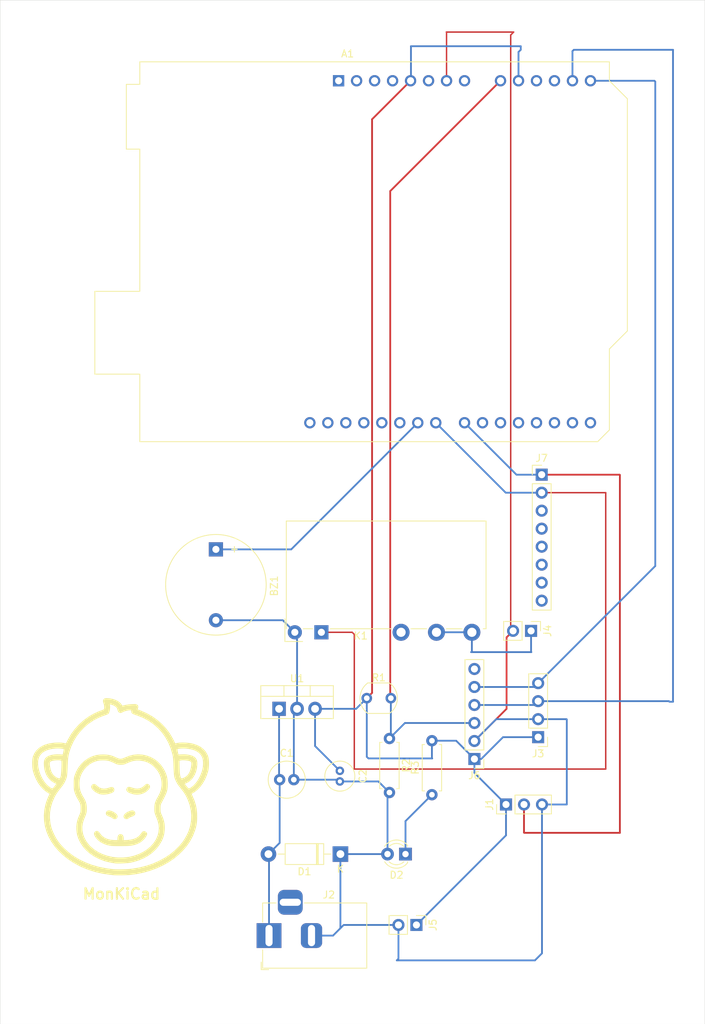
<source format=kicad_pcb>
(kicad_pcb (version 20241229) (generator "pcbnew") (generator_version "9.0")
  (layers (0 "F.Cu" signal) (2 "B.Cu" signal) (13 "F.Paste" user) (15 "B.Paste" user) (5 "F.SilkS" user "F.Silkscreen") (7 "B.SilkS" user "B.Silkscreen") (1 "F.Mask" user) (3 "B.Mask" user) (25 "Edge.Cuts" user))
  (net 0 "")
  (net 6 "/BUZZER_CTRL")
  (net 8 "/LDR_Out")
  (net 12 "/RELAY_CTRL")
  (net 13 "+5V")
  (net 19 "/DHT11_Out")
  (net 22 "/SDA")
  (net 24 "/SCL")
  (net 29 "GND")
  (net 30 "+12V")
  (net 31 "/LED_OUT")
  (net 32 "/PUMP_PWR")
  (footprint "Logos:monkicadlogo" (layer "F.Cu") (at 64.77 139.73)
    (property "Reference" "Logo" (hide yes))
    (property "Value" "LOGO" (hide yes))
  )
  (footprint "Resistor_THT:R_Axial_DIN0207_L6.3mm_D2.5mm_P7.62mm_Horizontal" (layer "F.Cu") (at 102.73 132.92 -90)
    (property "Reference" "R2" (at 3.81 -2.37 90) (layer "F.SilkS"))
    (property "Value" "R")
    (pad "1" thru_hole circle (at 0 0 270) (size 1.6 1.6) (drill 0.8) (layers "*.Cu" "*.Mask") (net 8 "/LDR_Out"))
    (pad "2" thru_hole oval (at 7.62 0 270) (size 1.6 1.6) (drill 0.8) (layers "*.Cu" "*.Mask") (net 29 "GND"))
  )
  (footprint "Relay_THT:Relay_SPDT_Finder_34.51_Horizontal" (layer "F.Cu") (at 93.1225 117.93)
    (property "Reference" "K1" (at 5.55 0.5 0) (layer "F.SilkS"))
    (property "Value" "Relay_SPDT")
    (pad "11" thru_hole circle (at 16.25 0) (size 2.4 2.4) (drill 1.3) (layers "*.Cu" "*.Mask") (net 32 "/PUMP_PWR"))
    (pad "12" thru_hole circle (at 11.25 0) (size 2.4 2.4) (drill 1.3) (layers "*.Cu" "*.Mask"))
    (pad "14" thru_hole circle (at 21.25 0) (size 2.4 2.4) (drill 1.3) (layers "*.Cu" "*.Mask") (net 32 "/PUMP_PWR"))
    (pad "A1" thru_hole rect (at 0 0) (size 2 2) (drill 1) (layers "*.Cu" "*.Mask") (net 12 "/RELAY_CTRL"))
    (pad "A2" thru_hole circle (at -3.75 0) (size 2 2) (drill 1) (layers "*.Cu" "*.Mask") (net 29 "GND"))
  )
  (footprint "Connector_BarrelJack:BarrelJack_Horizontal" (layer "F.Cu") (at 85.73 160.73 180)
    (property "Reference" "J2" (at -8.45 5.75 0) (layer "F.SilkS"))
    (property "Value" "Barrel_Jack")
    (pad "1" thru_hole rect (at 0 0 180) (size 3.5 3.5) (drill oval 1 3) (layers "*.Cu" "*.Mask") (net 30 "+12V"))
    (pad "2" thru_hole roundrect (at -6 0 180) (size 3 3.5) (drill oval 1 3) (layers "*.Cu" "*.Mask") (net 29 "GND"))
    (pad "3" thru_hole roundrect (at -3 4.7 180) (size 3.5 3.5) (drill oval 3 1) (layers "*.Cu" "*.Mask"))
  )
  (footprint "Capacitor_THT:C_Radial_D4.0mm_H5.0mm_P1.50mm" (layer "F.Cu") (at 95.73 137.48 -90)
    (property "Reference" "C2" (at 0.75 -3.25 90) (layer "F.SilkS"))
    (property "Value" "10uF")
    (pad "1" thru_hole circle (at 0 0 270) (size 1.2 1.2) (drill 0.6) (layers "*.Cu" "*.Mask") (net 13 "+5V"))
    (pad "2" thru_hole circle (at 1.5 0 270) (size 1.2 1.2) (drill 0.6) (layers "*.Cu" "*.Mask") (net 29 "GND"))
  )
  (footprint "Resistor_THT:R_Axial_DIN0207_L6.3mm_D2.5mm_P7.62mm_Horizontal" (layer "F.Cu") (at 108.73 140.85 90)
    (property "Reference" "R3" (at 3.81 -2.37 90) (layer "F.SilkS"))
    (property "Value" "R")
    (pad "1" thru_hole circle (at 0 0 90) (size 1.6 1.6) (drill 0.8) (layers "*.Cu" "*.Mask") (net 31 "/LED_OUT"))
    (pad "2" thru_hole oval (at 7.62 0 90) (size 1.6 1.6) (drill 0.8) (layers "*.Cu" "*.Mask") (net 13 "+5V"))
  )
  (footprint "Module:Arduino_UNO_R2" (layer "F.Cu") (at 95.555 40.1)
    (property "Reference" "A1" (at 1.27 -3.81 0) (layer "F.SilkS"))
    (property "Value" "Arduino_UNO_R2")
    (pad "1" thru_hole rect (at 0 0 90) (size 1.6 1.6) (drill 1) (layers "*.Cu" "*.Mask"))
    (pad "2" thru_hole oval (at 2.54 0 90) (size 1.6 1.6) (drill 1) (layers "*.Cu" "*.Mask"))
    (pad "3" thru_hole oval (at 5.08 0 90) (size 1.6 1.6) (drill 1) (layers "*.Cu" "*.Mask"))
    (pad "4" thru_hole oval (at 7.62 0 90) (size 1.6 1.6) (drill 1) (layers "*.Cu" "*.Mask"))
    (pad "5" thru_hole oval (at 10.16 0 90) (size 1.6 1.6) (drill 1) (layers "*.Cu" "*.Mask") (net 13 "+5V"))
    (pad "6" thru_hole oval (at 12.7 0 90) (size 1.6 1.6) (drill 1) (layers "*.Cu" "*.Mask"))
    (pad "7" thru_hole oval (at 15.24 0 90) (size 1.6 1.6) (drill 1) (layers "*.Cu" "*.Mask") (net 29 "GND"))
    (pad "8" thru_hole oval (at 17.78 0 90) (size 1.6 1.6) (drill 1) (layers "*.Cu" "*.Mask"))
    (pad "9" thru_hole oval (at 22.86 0 90) (size 1.6 1.6) (drill 1) (layers "*.Cu" "*.Mask") (net 8 "/LDR_Out"))
    (pad "10" thru_hole oval (at 25.4 0 90) (size 1.6 1.6) (drill 1) (layers "*.Cu" "*.Mask") (net 13 "+5V"))
    (pad "11" thru_hole oval (at 27.94 0 90) (size 1.6 1.6) (drill 1) (layers "*.Cu" "*.Mask"))
    (pad "12" thru_hole oval (at 30.48 0 90) (size 1.6 1.6) (drill 1) (layers "*.Cu" "*.Mask"))
    (pad "13" thru_hole oval (at 33.02 0 90) (size 1.6 1.6) (drill 1) (layers "*.Cu" "*.Mask") (net 22 "/SDA"))
    (pad "14" thru_hole oval (at 35.56 0 90) (size 1.6 1.6) (drill 1) (layers "*.Cu" "*.Mask") (net 24 "/SCL"))
    (pad "15" thru_hole oval (at 35.56 48.26 90) (size 1.6 1.6) (drill 1) (layers "*.Cu" "*.Mask"))
    (pad "16" thru_hole oval (at 33.02 48.26 90) (size 1.6 1.6) (drill 1) (layers "*.Cu" "*.Mask"))
    (pad "17" thru_hole oval (at 30.48 48.26 90) (size 1.6 1.6) (drill 1) (layers "*.Cu" "*.Mask"))
    (pad "18" thru_hole oval (at 27.94 48.26 90) (size 1.6 1.6) (drill 1) (layers "*.Cu" "*.Mask"))
    (pad "19" thru_hole oval (at 25.4 48.26 90) (size 1.6 1.6) (drill 1) (layers "*.Cu" "*.Mask"))
    (pad "20" thru_hole oval (at 22.86 48.26 90) (size 1.6 1.6) (drill 1) (layers "*.Cu" "*.Mask"))
    (pad "21" thru_hole oval (at 20.32 48.26 90) (size 1.6 1.6) (drill 1) (layers "*.Cu" "*.Mask"))
    (pad "22" thru_hole oval (at 17.78 48.26 90) (size 1.6 1.6) (drill 1) (layers "*.Cu" "*.Mask") (net 19 "/DHT11_Out"))
    (pad "23" thru_hole oval (at 13.72 48.26 90) (size 1.6 1.6) (drill 1) (layers "*.Cu" "*.Mask") (net 12 "/RELAY_CTRL"))
    (pad "24" thru_hole oval (at 11.18 48.26 90) (size 1.6 1.6) (drill 1) (layers "*.Cu" "*.Mask") (net 6 "/BUZZER_CTRL"))
    (pad "25" thru_hole oval (at 8.64 48.26 90) (size 1.6 1.6) (drill 1) (layers "*.Cu" "*.Mask"))
    (pad "26" thru_hole oval (at 6.1 48.26 90) (size 1.6 1.6) (drill 1) (layers "*.Cu" "*.Mask"))
    (pad "27" thru_hole oval (at 3.56 48.26 90) (size 1.6 1.6) (drill 1) (layers "*.Cu" "*.Mask"))
    (pad "28" thru_hole oval (at 1.02 48.26 90) (size 1.6 1.6) (drill 1) (layers "*.Cu" "*.Mask"))
    (pad "29" thru_hole oval (at -1.52 48.26 90) (size 1.6 1.6) (drill 1) (layers "*.Cu" "*.Mask"))
    (pad "30" thru_hole oval (at -4.06 48.26 90) (size 1.6 1.6) (drill 1) (layers "*.Cu" "*.Mask"))
  )
  (footprint "LED_THT:LED_D3.0mm" (layer "F.Cu") (at 105 149.23 180)
    (property "Reference" "D2" (at 1.27 -2.96 0) (layer "F.SilkS"))
    (property "Value" "LED")
    (pad "1" thru_hole rect (at 0 0 180) (size 1.8 1.8) (drill 0.9) (layers "*.Cu" "*.Mask") (net 31 "/LED_OUT"))
    (pad "2" thru_hole circle (at 2.54 0 180) (size 1.8 1.8) (drill 0.9) (layers "*.Cu" "*.Mask") (net 29 "GND"))
  )
  (footprint "Capacitor_THT:C_Radial_D5.0mm_H11.0mm_P2.00mm" (layer "F.Cu") (at 87.23 138.73)
    (property "Reference" "C1" (at 1 -3.75 0) (layer "F.SilkS"))
    (property "Value" "100uF")
    (pad "1" thru_hole circle (at 0 0) (size 1.6 1.6) (drill 0.8) (layers "*.Cu" "*.Mask") (net 30 "+12V"))
    (pad "2" thru_hole circle (at 2 0) (size 1.6 1.6) (drill 0.8) (layers "*.Cu" "*.Mask") (net 29 "GND"))
  )
  (footprint "OptoDevice:R_LDR_5.1x4.3mm_P3.4mm_Vertical" (layer "F.Cu") (at 99.53 127.23)
    (property "Reference" "R1" (at 1.7 -2.9 0) (layer "F.SilkS"))
    (property "Value" "LDR07")
    (pad "1" thru_hole circle (at 0 0) (size 1.5 1.5) (drill 0.8) (layers "*.Cu" "*.Mask") (net 13 "+5V"))
    (pad "2" thru_hole circle (at 3.4 0) (size 1.5 1.5) (drill 0.8) (layers "*.Cu" "*.Mask") (net 8 "/LDR_Out"))
  )
  (footprint "Connector_PinHeader_2.54mm:PinHeader_1x04_P2.54mm_Vertical" (layer "F.Cu") (at 123.73 132.73 180)
    (property "Reference" "J3" (at 0 -2.33 0) (layer "F.SilkS"))
    (property "Value" "Soil_Sensor_Connector")
    (pad "1" thru_hole rect (at 0 0 180) (size 1.7 1.7) (drill 1) (layers "*.Cu" "*.Mask") (net 13 "+5V"))
    (pad "2" thru_hole oval (at 0 2.54 180) (size 1.7 1.7) (drill 1) (layers "*.Cu" "*.Mask") (net 29 "GND"))
    (pad "3" thru_hole oval (at 0 5.08 180) (size 1.7 1.7) (drill 1) (layers "*.Cu" "*.Mask") (net 22 "/SDA"))
    (pad "4" thru_hole oval (at 0 7.62 180) (size 1.7 1.7) (drill 1) (layers "*.Cu" "*.Mask") (net 24 "/SCL"))
  )
  (footprint "Connector_PinHeader_2.54mm:PinHeader_1x06_P2.54mm_Vertical" (layer "F.Cu") (at 114.73 135.81 180)
    (property "Reference" "J6" (at 0 -2.33 0) (layer "F.SilkS"))
    (property "Value" "Conn_01x06_Pin")
    (pad "1" thru_hole rect (at 0 0 180) (size 1.7 1.7) (drill 1) (layers "*.Cu" "*.Mask") (net 13 "+5V"))
    (pad "2" thru_hole oval (at 0 2.54 180) (size 1.7 1.7) (drill 1) (layers "*.Cu" "*.Mask") (net 29 "GND"))
    (pad "3" thru_hole oval (at 0 5.08 180) (size 1.7 1.7) (drill 1) (layers "*.Cu" "*.Mask") (net 8 "/LDR_Out"))
    (pad "4" thru_hole oval (at 0 7.62 180) (size 1.7 1.7) (drill 1) (layers "*.Cu" "*.Mask") (net 22 "/SDA"))
    (pad "5" thru_hole oval (at 0 10.16 180) (size 1.7 1.7) (drill 1) (layers "*.Cu" "*.Mask") (net 24 "/SCL"))
    (pad "6" thru_hole oval (at 0 12.7 180) (size 1.7 1.7) (drill 1) (layers "*.Cu" "*.Mask"))
  )
  (footprint "Connector_PinHeader_2.54mm:PinHeader_1x03_P2.54mm_Vertical" (layer "F.Cu") (at 119.19 142.23 90)
    (property "Reference" "J1" (at 0 -2.33 90) (layer "F.SilkS"))
    (property "Value" "DHT11_Connector")
    (pad "1" thru_hole rect (at 0 0 90) (size 1.7 1.7) (drill 1) (layers "*.Cu" "*.Mask") (net 13 "+5V"))
    (pad "2" thru_hole oval (at 0 2.54 90) (size 1.7 1.7) (drill 1) (layers "*.Cu" "*.Mask") (net 19 "/DHT11_Out"))
    (pad "3" thru_hole oval (at 0 5.08 90) (size 1.7 1.7) (drill 1) (layers "*.Cu" "*.Mask") (net 29 "GND"))
  )
  (footprint "Package_TO_SOT_THT:TO-220-3_Vertical" (layer "F.Cu") (at 87.15 128.73)
    (property "Reference" "U1" (at 2.54 -4.27 0) (layer "F.SilkS"))
    (property "Value" "L7805")
    (pad "1" thru_hole rect (at 0 0) (size 1.905 2) (drill 1.1) (layers "*.Cu" "*.Mask") (net 30 "+12V"))
    (pad "2" thru_hole oval (at 2.54 0) (size 1.905 2) (drill 1.1) (layers "*.Cu" "*.Mask") (net 29 "GND"))
    (pad "3" thru_hole oval (at 5.08 0) (size 1.905 2) (drill 1.1) (layers "*.Cu" "*.Mask") (net 13 "+5V"))
  )
  (footprint "Connector_PinHeader_2.54mm:PinHeader_1x02_P2.54mm_Vertical" (layer "F.Cu") (at 122.73 117.73 -90)
    (property "Reference" "J4" (at 0 -2.33 90) (layer "F.SilkS"))
    (property "Value" "Conn_01x02_Pin")
    (pad "1" thru_hole rect (at 0 0 270) (size 1.7 1.7) (drill 1) (layers "*.Cu" "*.Mask") (net 32 "/PUMP_PWR"))
    (pad "2" thru_hole oval (at 0 2.54 270) (size 1.7 1.7) (drill 1) (layers "*.Cu" "*.Mask") (net 29 "GND"))
  )
  (footprint "Connector_PinHeader_2.54mm:PinHeader_1x08_P2.54mm_Vertical" (layer "F.Cu") (at 124.23 95.69)
    (property "Reference" "J7" (at 0 -2.33 0) (layer "F.SilkS"))
    (property "Value" "Conn_01x08_Pin")
    (pad "1" thru_hole rect (at 0 0) (size 1.7 1.7) (drill 1) (layers "*.Cu" "*.Mask") (net 19 "/DHT11_Out"))
    (pad "2" thru_hole oval (at 0 2.54) (size 1.7 1.7) (drill 1) (layers "*.Cu" "*.Mask") (net 12 "/RELAY_CTRL"))
    (pad "3" thru_hole oval (at 0 5.08) (size 1.7 1.7) (drill 1) (layers "*.Cu" "*.Mask"))
    (pad "4" thru_hole oval (at 0 7.62) (size 1.7 1.7) (drill 1) (layers "*.Cu" "*.Mask"))
    (pad "5" thru_hole oval (at 0 10.16) (size 1.7 1.7) (drill 1) (layers "*.Cu" "*.Mask"))
    (pad "6" thru_hole oval (at 0 12.7) (size 1.7 1.7) (drill 1) (layers "*.Cu" "*.Mask"))
    (pad "7" thru_hole oval (at 0 15.24) (size 1.7 1.7) (drill 1) (layers "*.Cu" "*.Mask"))
    (pad "8" thru_hole oval (at 0 17.78) (size 1.7 1.7) (drill 1) (layers "*.Cu" "*.Mask"))
  )
  (footprint "Buzzer_Beeper:Buzzer_D14mm_H7mm_P10mm" (layer "F.Cu") (at 78.23 106.23 -90)
    (property "Reference" "BZ1" (at 5.16 -8.23 90) (layer "F.SilkS"))
    (property "Value" "Buzzer")
    (fp_text user "+" (at -0.01 -2.54 90) (layer "F.SilkS"))
    (pad "1" thru_hole rect (at 0 0 270) (size 2 2) (drill 1) (layers "*.Cu" "*.Mask") (net 6 "/BUZZER_CTRL"))
    (pad "2" thru_hole circle (at 10 0 270) (size 2 2) (drill 1) (layers "*.Cu" "*.Mask") (net 29 "GND"))
  )
  (footprint "Connector_PinHeader_2.54mm:PinHeader_1x02_P2.54mm_Vertical" (layer "F.Cu") (at 106.545 159.23 -90)
    (property "Reference" "J5" (at 0 -2.33 90) (layer "F.SilkS"))
    (property "Value" "Conn_01x02_Pin")
    (pad "1" thru_hole rect (at 0 0 270) (size 1.7 1.7) (drill 1) (layers "*.Cu" "*.Mask") (net 13 "+5V"))
    (pad "2" thru_hole oval (at 0 2.54 270) (size 1.7 1.7) (drill 1) (layers "*.Cu" "*.Mask") (net 29 "GND"))
  )
  (footprint "Diode_THT:D_DO-41_SOD81_P10.16mm_Horizontal" (layer "F.Cu") (at 95.81 149.23 180)
    (property "Reference" "D1" (at 5.08 -2.47 0) (layer "F.SilkS"))
    (property "Value" "1N4007")
    (fp_text user "K" (at 0 -2.1 0) (layer "F.SilkS"))
    (pad "1" thru_hole rect (at 0 0 180) (size 2.2 2.2) (drill 1.1) (layers "*.Cu" "*.Mask") (net 29 "GND"))
    (pad "2" thru_hole oval (at 10.16 0 180) (size 2.2 2.2) (drill 1.1) (layers "*.Cu" "*.Mask") (net 30 "+12V"))
  )
  (gr_rect (start 47.77 28.73) (end 147.27 173.23) (stroke (width 0.05)) (fill no) (layer "Edge.Cuts"))
  (gr_text "MonKiCad\n" (at 59.27 155.73 0) (layer "F.SilkS") (effects (font (size 1.5 1.5) (thickness 0.3) (bold yes)) (justify left bottom)))
  (segment (start 78.23 106.23) (end 88.865 106.23) (width 0.25) (layer "B.Cu") (net 6))
  (segment (start 88.865 106.23) (end 106.735 88.36) (width 0.25) (layer "B.Cu") (net 6))
  (segment (start 102.8465 127.1465) (end 102.93 127.23) (width 0.25) (layer "F.Cu") (net 8))
  (segment (start 118.415 40.1) (end 102.8465 55.6685) (width 0.25) (layer "F.Cu") (net 8))
  (segment (start 102.8465 55.6685) (end 102.8465 127.1465) (width 0.25) (layer "F.Cu") (net 8))
  (segment (start 102.73 132.92) (end 104.92 130.73) (width 0.25) (layer "B.Cu") (net 8))
  (segment (start 102.93 127.23) (end 102.93 132.72) (width 0.25) (layer "B.Cu") (net 8))
  (segment (start 102.93 132.72) (end 102.73 132.92) (width 0.25) (layer "B.Cu") (net 8))
  (segment (start 104.92 130.73) (end 114.73 130.73) (width 0.25) (layer "B.Cu") (net 8))
  (segment (start 133.27 98.23) (end 124.23 98.23) (width 0.2) (layer "F.Cu") (net 12))
  (segment (start 97.77 137.23) (end 133.27 137.23) (width 0.2) (layer "F.Cu") (net 12))
  (segment (start 97.47 117.93) (end 97.77 118.23) (width 0.2) (layer "F.Cu") (net 12))
  (segment (start 93.1225 117.93) (end 97.47 117.93) (width 0.2) (layer "F.Cu") (net 12))
  (segment (start 97.77 118.23) (end 97.77 137.23) (width 0.2) (layer "F.Cu") (net 12))
  (segment (start 133.27 137.23) (end 133.27 98.23) (width 0.2) (layer "F.Cu") (net 12))
  (segment (start 109.275 88.36) (end 119.145 98.23) (width 0.25) (layer "B.Cu") (net 12))
  (segment (start 119.145 98.23) (end 124.23 98.23) (width 0.25) (layer "B.Cu") (net 12))
  (segment (start 99.53 127.23) (end 100.28 126.48) (width 0.25) (layer "F.Cu") (net 13))
  (segment (start 100.28 45.535) (end 105.715 40.1) (width 0.25) (layer "F.Cu") (net 13))
  (segment (start 100.28 126.48) (end 100.28 45.535) (width 0.25) (layer "F.Cu") (net 13))
  (segment (start 105.77 35.23) (end 121.27 35.23) (width 0.25) (layer "B.Cu") (net 13))
  (segment (start 108.77 135.73) (end 108.73 135.69) (width 0.25) (layer "B.Cu") (net 13))
  (segment (start 115.69 135.81) (end 118.77 132.73) (width 0.25) (layer "B.Cu") (net 13))
  (segment (start 119.19 142.23) (end 119.19 146.585) (width 0.25) (layer "B.Cu") (net 13))
  (segment (start 92.23 128.73) (end 92.23 133.98) (width 0.25) (layer "B.Cu") (net 13))
  (segment (start 114.73 135.81) (end 114.73 137.77) (width 0.25) (layer "B.Cu") (net 13))
  (segment (start 120.955 36.045) (end 120.955 40.1) (width 0.25) (layer "B.Cu") (net 13))
  (segment (start 99.53 127.23) (end 99.53 135.49) (width 0.25) (layer "B.Cu") (net 13))
  (segment (start 108.73 135.69) (end 108.73 133.23) (width 0.25) (layer "B.Cu") (net 13))
  (segment (start 98.03 128.73) (end 99.53 127.23) (width 0.25) (layer "B.Cu") (net 13))
  (segment (start 99.53 135.49) (end 99.77 135.73) (width 0.25) (layer "B.Cu") (net 13))
  (segment (start 92.23 133.98) (end 95.73 137.48) (width 0.25) (layer "B.Cu") (net 13))
  (segment (start 92.23 128.73) (end 98.03 128.73) (width 0.25) (layer "B.Cu") (net 13))
  (segment (start 119.19 146.585) (end 106.545 159.23) (width 0.25) (layer "B.Cu") (net 13))
  (segment (start 114.73 137.77) (end 119.19 142.23) (width 0.25) (layer "B.Cu") (net 13))
  (segment (start 105.715 40.1) (end 105.77 40.045) (width 0.25) (layer "B.Cu") (net 13))
  (segment (start 105.77 40.045) (end 105.77 35.23) (width 0.25) (layer "B.Cu") (net 13))
  (segment (start 118.77 132.73) (end 123.73 132.73) (width 0.25) (layer "B.Cu") (net 13))
  (segment (start 108.73 133.23) (end 112.15 133.23) (width 0.25) (layer "B.Cu") (net 13))
  (segment (start 121.27 35.23) (end 121.27 35.73) (width 0.25) (layer "B.Cu") (net 13))
  (segment (start 114.73 135.81) (end 115.69 135.81) (width 0.25) (layer "B.Cu") (net 13))
  (segment (start 112.15 133.23) (end 114.73 135.81) (width 0.25) (layer "B.Cu") (net 13))
  (segment (start 121.27 35.73) (end 120.955 36.045) (width 0.25) (layer "B.Cu") (net 13))
  (segment (start 99.77 135.73) (end 108.77 135.73) (width 0.25) (layer "B.Cu") (net 13))
  (segment (start 121.77 146.23) (end 121.73 146.19) (width 0.25) (layer "F.Cu") (net 19))
  (segment (start 135.27 146.23) (end 121.77 146.23) (width 0.25) (layer "F.Cu") (net 19))
  (segment (start 124.23 95.69) (end 135.23 95.69) (width 0.25) (layer "F.Cu") (net 19))
  (segment (start 135.27 95.73) (end 135.27 146.23) (width 0.25) (layer "F.Cu") (net 19))
  (segment (start 135.23 95.69) (end 135.27 95.73) (width 0.25) (layer "F.Cu") (net 19))
  (segment (start 121.73 146.19) (end 121.73 142.23) (width 0.25) (layer "F.Cu") (net 19))
  (segment (start 120.665 95.69) (end 124.23 95.69) (width 0.25) (layer "B.Cu") (net 19))
  (segment (start 113.335 88.36) (end 120.665 95.69) (width 0.25) (layer "B.Cu") (net 19))
  (segment (start 142.19 127.65) (end 123.73 127.65) (width 0.25) (layer "B.Cu") (net 22))
  (segment (start 128.575 35.925) (end 128.77 35.73) (width 0.25) (layer "B.Cu") (net 22))
  (segment (start 114.73 128.19) (end 123.19 128.19) (width 0.25) (layer "B.Cu") (net 22))
  (segment (start 142.27 127.73) (end 142.19 127.65) (width 0.25) (layer "B.Cu") (net 22))
  (segment (start 142.77 127.73) (end 142.27 127.73) (width 0.25) (layer "B.Cu") (net 22))
  (segment (start 142.77 35.73) (end 142.77 127.73) (width 0.25) (layer "B.Cu") (net 22))
  (segment (start 123.19 128.19) (end 123.73 127.65) (width 0.25) (layer "B.Cu") (net 22))
  (segment (start 128.575 40.1) (end 128.575 35.925) (width 0.25) (layer "B.Cu") (net 22))
  (segment (start 128.77 35.73) (end 142.77 35.73) (width 0.25) (layer "B.Cu") (net 22))
  (segment (start 140.27 40.23) (end 140.27 108.57) (width 0.25) (layer "B.Cu") (net 24))
  (segment (start 114.73 125.65) (end 123.19 125.65) (width 0.25) (layer "B.Cu") (net 24))
  (segment (start 131.115 40.1) (end 140.14 40.1) (width 0.25) (layer "B.Cu") (net 24))
  (segment (start 140.14 40.1) (end 140.27 40.23) (width 0.25) (layer "B.Cu") (net 24))
  (segment (start 123.19 125.65) (end 123.73 125.11) (width 0.25) (layer "B.Cu") (net 24))
  (segment (start 140.27 108.57) (end 123.73 125.11) (width 0.25) (layer "B.Cu") (net 24))
  (segment (start 120.27 33.23) (end 119.854 33.646) (width 0.2) (layer "F.Cu") (net 29))
  (segment (start 119.854 117.394) (end 120.19 117.73) (width 0.2) (layer "F.Cu") (net 29))
  (segment (start 110.795 40.1) (end 110.795 33.255) (width 0.2) (layer "F.Cu") (net 29))
  (segment (start 114.73 133.27) (end 119.27 128.73) (width 0.25) (layer "F.Cu") (net 29))
  (segment (start 110.77 33.23) (end 120.27 33.23) (width 0.2) (layer "F.Cu") (net 29))
  (segment (start 119.854 33.646) (end 119.854 117.394) (width 0.2) (layer "F.Cu") (net 29))
  (segment (start 110.795 33.255) (end 110.77 33.23) (width 0.2) (layer "F.Cu") (net 29))
  (segment (start 119.27 118.65) (end 120.19 117.73) (width 0.25) (layer "F.Cu") (net 29))
  (segment (start 119.27 128.73) (end 119.27 118.65) (width 0.25) (layer "F.Cu") (net 29))
  (segment (start 89.23 138.73) (end 95.48 138.73) (width 0.25) (layer "B.Cu") (net 29))
  (segment (start 96.27 159.23) (end 104.005 159.23) (width 0.25) (layer "B.Cu") (net 29))
  (segment (start 89.3725 117.93) (end 89.3725 118.6275) (width 0.25) (layer "B.Cu") (net 29))
  (segment (start 91.73 160.73) (end 94.77 160.73) (width 0.25) (layer "B.Cu") (net 29))
  (segment (start 102.46 140.81) (end 102.73 140.54) (width 0.25) (layer "B.Cu") (net 29))
  (segment (start 95.77 159.73) (end 95.81 159.69) (width 0.25) (layer "B.Cu") (net 29))
  (segment (start 127.77 142.23) (end 124.27 142.23) (width 0.25) (layer "B.Cu") (net 29))
  (segment (start 114.73 133.27) (end 117.81 130.19) (width 0.25) (layer "B.Cu") (net 29))
  (segment (start 95.77 159.73) (end 96.27 159.23) (width 0.25) (layer "B.Cu") (net 29))
  (segment (start 101.17 138.98) (end 102.73 140.54) (width 0.25) (layer "B.Cu") (net 29))
  (segment (start 89.23 138.73) (end 89.23 129.19) (width 0.25) (layer "B.Cu") (net 29))
  (segment (start 89.3725 118.6275) (end 89.69 118.945) (width 0.25) (layer "B.Cu") (net 29))
  (segment (start 124.27 163.23) (end 123.27 164.23) (width 0.25) (layer "B.Cu") (net 29))
  (segment (start 123.73 130.19) (end 127.73 130.19) (width 0.25) (layer "B.Cu") (net 29))
  (segment (start 89.23 129.19) (end 89.69 128.73) (width 0.25) (layer "B.Cu") (net 29))
  (segment (start 123.27 164.23) (end 103.77 164.23) (width 0.25) (layer "B.Cu") (net 29))
  (segment (start 89.69 118.945) (end 89.69 128.73) (width 0.25) (layer "B.Cu") (net 29))
  (segment (start 103.77 164.23) (end 104.005 163.995) (width 0.25) (layer "B.Cu") (net 29))
  (segment (start 95.73 138.98) (end 101.17 138.98) (width 0.25) (layer "B.Cu") (net 29))
  (segment (start 95.81 159.69) (end 95.81 149.23) (width 0.25) (layer "B.Cu") (net 29))
  (segment (start 87.6725 116.23) (end 78.23 116.23) (width 0.25) (layer "B.Cu") (net 29))
  (segment (start 89.3725 117.93) (end 87.6725 116.23) (width 0.25) (layer "B.Cu") (net 29))
  (segment (start 95.81 149.23) (end 102.46 149.23) (width 0.25) (layer "B.Cu") (net 29))
  (segment (start 117.81 130.19) (end 123.73 130.19) (width 0.25) (layer "B.Cu") (net 29))
  (segment (start 127.73 130.19) (end 127.77 130.23) (width 0.25) (layer "B.Cu") (net 29))
  (segment (start 95.48 138.73) (end 95.73 138.98) (width 0.25) (layer "B.Cu") (net 29))
  (segment (start 102.46 149.23) (end 102.46 140.81) (width 0.25) (layer "B.Cu") (net 29))
  (segment (start 127.77 130.23) (end 127.77 142.23) (width 0.25) (layer "B.Cu") (net 29))
  (segment (start 94.77 160.73) (end 95.77 159.73) (width 0.25) (layer "B.Cu") (net 29))
  (segment (start 124.27 142.23) (end 124.27 163.23) (width 0.25) (layer "B.Cu") (net 29))
  (segment (start 104.005 163.995) (end 104.005 159.23) (width 0.25) (layer "B.Cu") (net 29))
  (segment (start 87.23 147.65) (end 85.65 149.23) (width 0.25) (layer "B.Cu") (net 30))
  (segment (start 87.15 138.65) (end 87.23 138.73) (width 0.25) (layer "B.Cu") (net 30))
  (segment (start 85.65 149.61) (end 85.73 149.69) (width 0.25) (layer "B.Cu") (net 30))
  (segment (start 87.23 138.73) (end 87.23 147.65) (width 0.25) (layer "B.Cu") (net 30))
  (segment (start 85.73 149.69) (end 85.73 160.73) (width 0.25) (layer "B.Cu") (net 30))
  (segment (start 85.65 149.23) (end 85.65 149.61) (width 0.25) (layer "B.Cu") (net 30))
  (segment (start 87.15 128.73) (end 87.15 138.65) (width 0.25) (layer "B.Cu") (net 30))
  (segment (start 105 149.23) (end 105 144.58) (width 0.25) (layer "B.Cu") (net 31))
  (segment (start 105 144.58) (end 108.73 140.85) (width 0.25) (layer "B.Cu") (net 31))
  (segment (start 114.27 120.73) (end 114.3725 120.6275) (width 0.25) (layer "B.Cu") (net 32))
  (segment (start 122.77 120.73) (end 114.27 120.73) (width 0.25) (layer "B.Cu") (net 32))
  (segment (start 122.73 120.69) (end 122.77 120.73) (width 0.25) (layer "B.Cu") (net 32))
  (segment (start 109.3725 117.93) (end 114.3725 117.93) (width 0.25) (layer "B.Cu") (net 32))
  (segment (start 114.3725 120.6275) (end 114.3725 117.93) (width 0.25) (layer "B.Cu") (net 32))
  (segment (start 122.73 117.73) (end 122.73 120.69) (width 0.25) (layer "B.Cu") (net 32))
)
</source>
